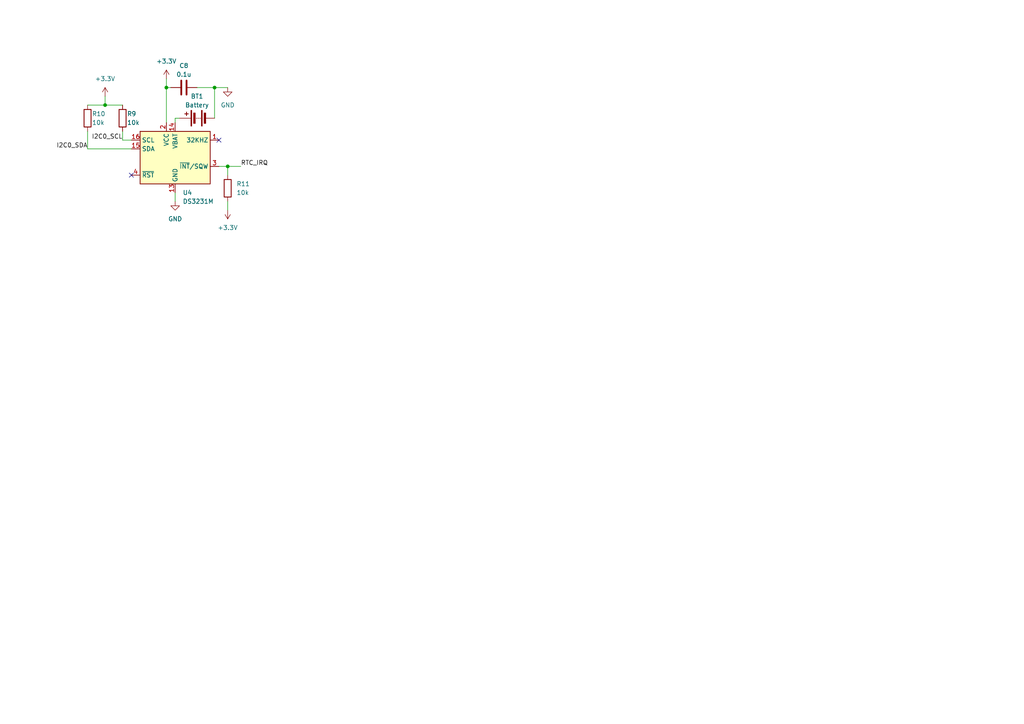
<source format=kicad_sch>
(kicad_sch (version 20230121) (generator eeschema)
  (paper "A4")
  (title_block (title "Innenmodul V2") (date "2024-01-28") (rev "A") (company "HAW Hamburg") (comment 1 "Lasse Kelling") (comment 2 "Display und RTC"))
  (lib_symbols
    (symbol "Device:Battery" (pin_numbers hide) (pin_names (offset 0) hide)
      (property "Reference" "BT" (at 2.54 2.54 0))
      (property "Value" "Battery" (at 2.54 0 0))
      (symbol "Battery_0_1"
        (rectangle (start -2.286 -1.27) (end 2.286 -1.524) (fill (type outline)))
        (rectangle (start -2.286 1.778) (end 2.286 1.524) (fill (type outline)))
        (rectangle (start -1.524 -2.032) (end 1.524 -2.54) (fill (type outline)))
        (rectangle (start -1.524 1.016) (end 1.524 0.508) (fill (type outline)))
        (polyline (pts (xy 0 -1.016) (xy 0 -0.762)))
        (polyline (pts (xy 0 -0.508) (xy 0 -0.254)))
        (polyline (pts (xy 0 0) (xy 0 0.254)))
        (polyline (pts (xy 0 1.778) (xy 0 2.54)))
        (polyline (pts (xy 0.762 3.048) (xy 1.778 3.048)) (stroke (width 0.254)))
        (polyline (pts (xy 1.27 3.556) (xy 1.27 2.54)) (stroke (width 0.254)))
      )
      (symbol "Battery_1_1"
        (pin passive line (at 0 5.08 270) (length 2.54) (name "+") (number "1"))
        (pin passive line (at 0 -5.08 90) (length 2.54) (name "-") (number "2"))
      )
    )
    (symbol "Device:C" (pin_numbers hide) (pin_names (offset 0.254))
      (property "Reference" "C" (at 0.635 2.54 0))
      (property "Value" "C" (at 0.635 -2.54 0))
      (symbol "C_0_1"
        (polyline (pts (xy -2.032 -0.762) (xy 2.032 -0.762)) (stroke (width 0.508)))
        (polyline (pts (xy -2.032 0.762) (xy 2.032 0.762)) (stroke (width 0.508)))
      )
      (symbol "C_1_1"
        (pin passive line (at 0 3.81 270) (length 2.794) (name "~") (number "1"))
        (pin passive line (at 0 -3.81 90) (length 2.794) (name "~") (number "2"))
      )
    )
    (symbol "Device:R" (pin_numbers hide) (pin_names (offset 0))
      (property "Reference" "R" (at 2.032 0 90))
      (property "Value" "R" (at 0 0 90))
      (symbol "R_0_1"
        (rectangle (start -1.016 -2.54) (end 1.016 2.54) (stroke (width 0.254)))
      )
      (symbol "R_1_1"
        (pin passive line (at 0 3.81 270) (length 1.27) (name "~") (number "1"))
        (pin passive line (at 0 -3.81 90) (length 1.27) (name "~") (number "2"))
      )
    )
    (symbol "Timer_RTC:DS3231M"
      (property "Reference" "U" (at -7.62 8.89 0))
      (property "Value" "DS3231M" (at 10.16 8.89 0))
      (symbol "DS3231M_0_1"
        (rectangle (start -10.16 7.62) (end 10.16 -7.62) (stroke (width 0.254)) (fill (type background)))
      )
      (symbol "DS3231M_1_1"
        (pin open_collector line (at 12.7 5.08 180) (length 2.54) (name "32KHZ") (number "1"))
        (pin passive line (at 0 -10.16 90) (length 2.54) hide (name "GND") (number "10"))
        (pin passive line (at 0 -10.16 90) (length 2.54) hide (name "GND") (number "11"))
        (pin passive line (at 0 -10.16 90) (length 2.54) hide (name "GND") (number "12"))
        (pin power_in line (at 0 -10.16 90) (length 2.54) (name "GND") (number "13"))
        (pin power_in line (at 0 10.16 270) (length 2.54) (name "VBAT") (number "14"))
        (pin bidirectional line (at -12.7 2.54 0) (length 2.54) (name "SDA") (number "15"))
        (pin input line (at -12.7 5.08 0) (length 2.54) (name "SCL") (number "16"))
        (pin power_in line (at -2.54 10.16 270) (length 2.54) (name "VCC") (number "2"))
        (pin open_collector line (at 12.7 -2.54 180) (length 2.54) (name "~{INT}/SQW") (number "3"))
        (pin bidirectional line (at -12.7 -5.08 0) (length 2.54) (name "~{RST}") (number "4"))
        (pin passive line (at 0 -10.16 90) (length 2.54) hide (name "GND") (number "5"))
        (pin passive line (at 0 -10.16 90) (length 2.54) hide (name "GND") (number "6"))
        (pin passive line (at 0 -10.16 90) (length 2.54) hide (name "GND") (number "7"))
        (pin passive line (at 0 -10.16 90) (length 2.54) hide (name "GND") (number "8"))
        (pin passive line (at 0 -10.16 90) (length 2.54) hide (name "GND") (number "9"))
      )
    )
    (symbol "power:+3.3V" (power) (pin_names (offset 0))
      (property "Value" "+3.3V" (at 0 3.556 0))
      (symbol "+3.3V_0_1"
        (polyline (pts (xy -0.762 1.27) (xy 0 2.54)))
        (polyline (pts (xy 0 0) (xy 0 2.54)))
        (polyline (pts (xy 0 2.54) (xy 0.762 1.27)))
      )
      (symbol "+3.3V_1_1"
        (pin power_in line (at 0 0 90) (length 0) hide (name "+3.3V") (number "1"))
      )
    )
    (symbol "power:GND" (power) (pin_names (offset 0))
      (property "Value" "GND" (at 0 -3.81 0))
      (symbol "GND_0_1"
        (polyline (pts (xy 0 0) (xy 0 -1.27) (xy 1.27 -1.27) (xy 0 -2.54) (xy -1.27 -1.27) (xy 0 -1.27)))
      )
      (symbol "GND_1_1"
        (pin power_in line (at 0 0 270) (length 0) hide (name "GND") (number "1"))
      )
    )
  )
  (junction (at 62.23 25.4))
  (junction (at 48.26 25.4))
  (junction (at 66.04 48.26))
  (junction (at 30.48 30.48))
  (no_connect (at 63.5 40.64))
  (no_connect (at 38.1 50.8))
  (wire (pts (xy 62.23 25.4) (xy 62.23 34.29)))
  (wire (pts (xy 66.04 48.26) (xy 63.5 48.26)))
  (wire (pts (xy 66.04 48.26) (xy 69.85 48.26)))
  (wire (pts (xy 66.04 25.4) (xy 62.23 25.4)))
  (wire (pts (xy 30.48 30.48) (xy 35.56 30.48)))
  (wire (pts (xy 66.04 60.96) (xy 66.04 58.42)))
  (wire (pts (xy 50.8 58.42) (xy 50.8 55.88)))
  (wire (pts (xy 30.48 27.94) (xy 30.48 30.48)))
  (wire (pts (xy 62.23 25.4) (xy 57.15 25.4)))
  (wire (pts (xy 25.4 38.1) (xy 25.4 43.18)))
  (wire (pts (xy 48.26 25.4) (xy 48.26 35.56)))
  (wire (pts (xy 49.53 25.4) (xy 48.26 25.4)))
  (wire (pts (xy 35.56 38.1) (xy 35.56 40.64)))
  (wire (pts (xy 50.8 34.29) (xy 50.8 35.56)))
  (wire (pts (xy 38.1 43.18) (xy 25.4 43.18)))
  (wire (pts (xy 25.4 30.48) (xy 30.48 30.48)))
  (wire (pts (xy 48.26 22.86) (xy 48.26 25.4)))
  (wire (pts (xy 35.56 40.64) (xy 38.1 40.64)))
  (wire (pts (xy 50.8 34.29) (xy 52.07 34.29)))
  (wire (pts (xy 66.04 48.26) (xy 66.04 50.8)))
  (label "RTC_IRQ" (at 69.85 48.26 0))
  (label "I2C0_SDA" (at 25.4 43.18 180))
  (label "I2C0_SCL" (at 35.56 40.64 180))
  (symbol (lib_id "Device:R") (at 35.56 34.29 0) (unit 1)
    (property "Reference" "R9" (at 36.83 33.02 0) (effects (justify left)))
    (property "Value" "10k" (at 36.83 35.56 0) (effects (justify left)))
    (property "Footprint" "Capacitor_SMD:C_0402_1005Metric" (effects hide))
  )
  (symbol (lib_id "power:+3.3V") (at 30.48 27.94 0) (unit 1)
    (property "Reference" "#PWR021" (effects hide))
    (property "Value" "+3.3V" (at 30.48 22.86 0))
  )
  (symbol (lib_id "Timer_RTC:DS3231M") (at 50.8 45.72 0) (unit 1)
    (property "Reference" "U4" (at 52.9941 55.88 0) (effects (justify left)))
    (property "Value" "DS3231M" (at 52.9941 58.42 0) (effects (justify left)))
    (property "Footprint" "Package_SO:SOIC-16W_7.5x10.3mm_P1.27mm" (effects hide))
    (property "Datasheet" "http://datasheets.maximintegrated.com/en/ds/DS3231.pdf" (effects hide))
  )
  (symbol (lib_id "Device:C") (at 53.34 25.4 90) (unit 1)
    (property "Reference" "C8" (at 53.34 19.05 90))
    (property "Value" "0.1u" (at 53.34 21.59 90))
    (property "Footprint" "Capacitor_SMD:C_0402_1005Metric" (effects hide))
  )
  (symbol (lib_id "power:GND") (at 66.04 25.4 0) (unit 1)
    (property "Reference" "#PWR023" (effects hide))
    (property "Value" "GND" (at 66.04 30.48 0))
  )
  (symbol (lib_id "power:+3.3V") (at 48.26 22.86 0) (unit 1)
    (property "Reference" "#PWR022" (effects hide))
    (property "Value" "+3.3V" (at 48.26 17.78 0))
  )
  (symbol (lib_id "power:+3.3V") (at 66.04 60.96 0) (mirror x) (unit 1)
    (property "Reference" "#PWR024" (effects hide))
    (property "Value" "+3.3V" (at 66.04 66.04 0))
  )
  (symbol (lib_id "power:GND") (at 50.8 58.42 0) (unit 1)
    (property "Reference" "#PWR025" (effects hide))
    (property "Value" "GND" (at 50.8 63.5 0))
  )
  (symbol (lib_id "Device:Battery") (at 57.15 34.29 90) (unit 1)
    (property "Reference" "BT1" (at 57.15 27.94 90))
    (property "Value" "Battery" (at 57.15 30.48 90))
  )
  (symbol (lib_id "Device:R") (at 25.4 34.29 0) (unit 1)
    (property "Reference" "R10" (at 26.67 33.02 0) (effects (justify left)))
    (property "Value" "10k" (at 26.67 35.56 0) (effects (justify left)))
    (property "Footprint" "Capacitor_SMD:C_0402_1005Metric" (effects hide))
  )
  (symbol (lib_id "Device:R") (at 66.04 54.61 180) (unit 1)
    (property "Reference" "R11" (at 68.58 53.34 0) (effects (justify right)))
    (property "Value" "10k" (at 68.58 55.88 0) (effects (justify right)))
    (property "Footprint" "Capacitor_SMD:C_0402_1005Metric" (effects hide))
  )
)
</source>
